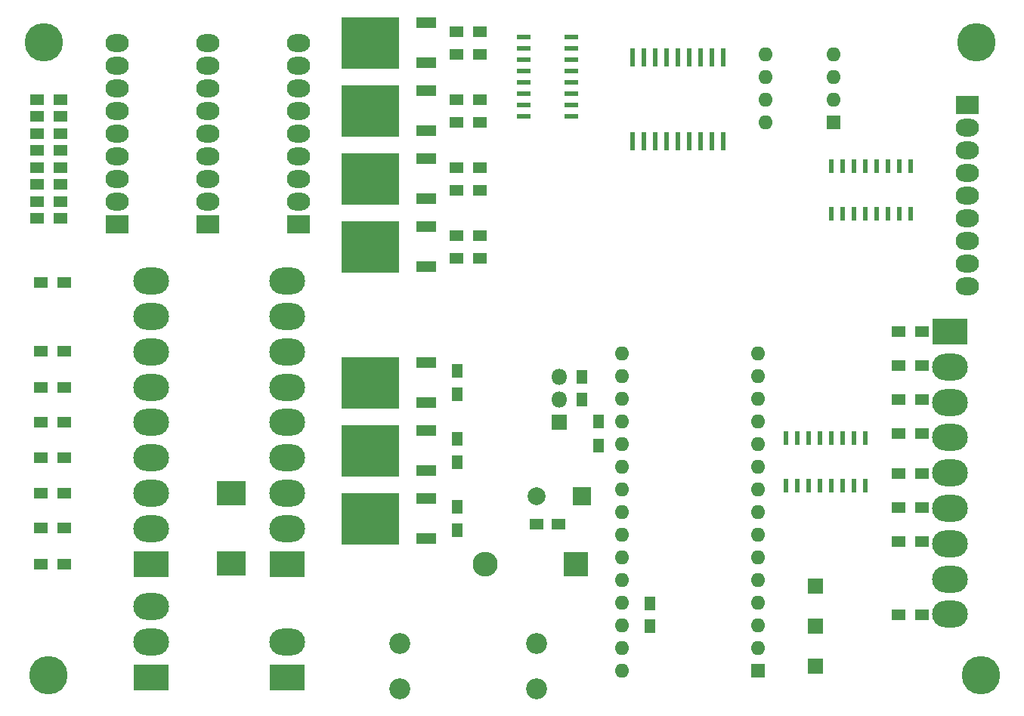
<source format=gbs>
G04 #@! TF.GenerationSoftware,KiCad,Pcbnew,5.0.0*
G04 #@! TF.CreationDate,2018-10-07T17:19:00+02:00*
G04 #@! TF.ProjectId,afterglow_nano_smd,6166746572676C6F775F6E616E6F5F73,rev?*
G04 #@! TF.SameCoordinates,Original*
G04 #@! TF.FileFunction,Soldermask,Bot*
G04 #@! TF.FilePolarity,Negative*
%FSLAX46Y46*%
G04 Gerber Fmt 4.6, Leading zero omitted, Abs format (unit mm)*
G04 Created by KiCad (PCBNEW 5.0.0) date Sun Oct  7 17:19:00 2018*
%MOMM*%
%LPD*%
G01*
G04 APERTURE LIST*
%ADD10C,4.300000*%
%ADD11R,1.700000X1.700000*%
%ADD12R,1.600000X1.600000*%
%ADD13O,1.600000X1.600000*%
%ADD14R,4.000000X3.000000*%
%ADD15O,4.000000X3.000000*%
%ADD16R,3.200000X2.700000*%
%ADD17R,1.800000X1.800000*%
%ADD18O,1.800000X1.800000*%
%ADD19R,1.500000X1.250000*%
%ADD20R,1.250000X1.500000*%
%ADD21R,1.500000X1.300000*%
%ADD22R,1.300000X1.500000*%
%ADD23R,2.600000X2.000000*%
%ADD24O,2.600000X2.000000*%
%ADD25R,2.200000X1.200000*%
%ADD26R,6.400000X5.800000*%
%ADD27R,0.600000X1.500000*%
%ADD28R,1.500000X0.600000*%
%ADD29R,2.000000X2.000000*%
%ADD30C,2.000000*%
%ADD31R,2.800000X2.800000*%
%ADD32O,2.800000X2.800000*%
%ADD33C,2.350000*%
%ADD34R,0.600000X2.000000*%
G04 APERTURE END LIST*
D10*
G04 #@! TO.C,*
X29500000Y-55000000D03*
G04 #@! TD*
G04 #@! TO.C,*
X30000000Y-126000000D03*
G04 #@! TD*
G04 #@! TO.C,*
X134500000Y-126000000D03*
G04 #@! TD*
D11*
G04 #@! TO.C,18V*
X116000000Y-120500000D03*
G04 #@! TD*
G04 #@! TO.C,5V*
X116000000Y-116000000D03*
G04 #@! TD*
G04 #@! TO.C,GND*
X116000000Y-125000000D03*
G04 #@! TD*
D12*
G04 #@! TO.C,Arduino Nano*
X109500000Y-125500000D03*
D13*
X94260000Y-92480000D03*
X109500000Y-122960000D03*
X94260000Y-95020000D03*
X109500000Y-120420000D03*
X94260000Y-97560000D03*
X109500000Y-117880000D03*
X94260000Y-100100000D03*
X109500000Y-115340000D03*
X94260000Y-102640000D03*
X109500000Y-112800000D03*
X94260000Y-105180000D03*
X109500000Y-110260000D03*
X94260000Y-107720000D03*
X109500000Y-107720000D03*
X94260000Y-110260000D03*
X109500000Y-105180000D03*
X94260000Y-112800000D03*
X109500000Y-102640000D03*
X94260000Y-115340000D03*
X109500000Y-100100000D03*
X94260000Y-117880000D03*
X109500000Y-97560000D03*
X94260000Y-120420000D03*
X109500000Y-95020000D03*
X94260000Y-122960000D03*
X109500000Y-92480000D03*
X94260000Y-125500000D03*
X109500000Y-89940000D03*
X94260000Y-89940000D03*
G04 #@! TD*
D14*
G04 #@! TO.C,J7*
X41510000Y-113500000D03*
D15*
X41510000Y-109537600D03*
X41510000Y-105575200D03*
X41510000Y-101612800D03*
X41510000Y-97650400D03*
X41510000Y-93688000D03*
X41510000Y-89725600D03*
X41510000Y-85763200D03*
X41510000Y-81800800D03*
G04 #@! TD*
G04 #@! TO.C,J5*
X56750000Y-81800800D03*
X56750000Y-85763200D03*
X56750000Y-89725600D03*
X56750000Y-93688000D03*
X56750000Y-97650400D03*
X56750000Y-101612800D03*
X56750000Y-105575200D03*
X56750000Y-109537600D03*
D14*
X56750000Y-113500000D03*
G04 #@! TD*
G04 #@! TO.C,J1*
X131045000Y-87465000D03*
D15*
X131045000Y-91427400D03*
X131045000Y-95389800D03*
X131045000Y-99352200D03*
X131045000Y-103314600D03*
X131045000Y-107277000D03*
X131045000Y-111239400D03*
X131045000Y-115201800D03*
X131045000Y-119164200D03*
G04 #@! TD*
D16*
G04 #@! TO.C,R26*
X50500000Y-113450000D03*
X50500000Y-105550000D03*
G04 #@! TD*
D17*
G04 #@! TO.C,U3*
X87230000Y-97625000D03*
D18*
X87230000Y-95085000D03*
X87230000Y-92545000D03*
G04 #@! TD*
D19*
G04 #@! TO.C,C2*
X87210000Y-109055000D03*
X84710000Y-109055000D03*
G04 #@! TD*
D20*
G04 #@! TO.C,C3*
X89770000Y-92565000D03*
X89770000Y-95065000D03*
G04 #@! TD*
D21*
G04 #@! TO.C,R17*
X125250000Y-87465000D03*
X127950000Y-87465000D03*
G04 #@! TD*
G04 #@! TO.C,R18*
X125250000Y-91275000D03*
X127950000Y-91275000D03*
G04 #@! TD*
G04 #@! TO.C,R21*
X125250000Y-103340000D03*
X127950000Y-103340000D03*
G04 #@! TD*
G04 #@! TO.C,R22*
X125250000Y-107150000D03*
X127950000Y-107150000D03*
G04 #@! TD*
G04 #@! TO.C,R23*
X125250000Y-110960000D03*
X127950000Y-110960000D03*
G04 #@! TD*
G04 #@! TO.C,R24*
X125250000Y-119215000D03*
X127950000Y-119215000D03*
G04 #@! TD*
D22*
G04 #@! TO.C,R25*
X91675000Y-97545000D03*
X91675000Y-100245000D03*
G04 #@! TD*
D21*
G04 #@! TO.C,R27*
X29150000Y-113500000D03*
X31850000Y-113500000D03*
G04 #@! TD*
G04 #@! TO.C,R28*
X29150000Y-109500000D03*
X31850000Y-109500000D03*
G04 #@! TD*
D23*
G04 #@! TO.C,J2*
X132950000Y-62065000D03*
D24*
X132950000Y-64605000D03*
X132950000Y-67145000D03*
X132950000Y-69685000D03*
X132950000Y-72225000D03*
X132950000Y-74765000D03*
X132950000Y-77305000D03*
X132950000Y-79845000D03*
X132950000Y-82385000D03*
G04 #@! TD*
D14*
G04 #@! TO.C,+ 18V -*
X56750000Y-126200000D03*
D15*
X56750000Y-122237600D03*
G04 #@! TD*
D23*
G04 #@! TO.C,J6*
X47860000Y-75400000D03*
D24*
X47860000Y-72860000D03*
X47860000Y-70320000D03*
X47860000Y-67780000D03*
X47860000Y-65240000D03*
X47860000Y-62700000D03*
X47860000Y-60160000D03*
X47860000Y-57620000D03*
X47860000Y-55080000D03*
G04 #@! TD*
D23*
G04 #@! TO.C,J8*
X37700000Y-75400000D03*
D24*
X37700000Y-72860000D03*
X37700000Y-70320000D03*
X37700000Y-67780000D03*
X37700000Y-65240000D03*
X37700000Y-62700000D03*
X37700000Y-60160000D03*
X37700000Y-57620000D03*
X37700000Y-55080000D03*
G04 #@! TD*
D14*
G04 #@! TO.C,J9*
X41510000Y-126200000D03*
D15*
X41510000Y-122237600D03*
X41510000Y-118275200D03*
G04 #@! TD*
D25*
G04 #@! TO.C,Q10*
X72380000Y-75660000D03*
X72380000Y-80220000D03*
D26*
X66080000Y-77940000D03*
G04 #@! TD*
D25*
G04 #@! TO.C,Q12*
X72380000Y-68040000D03*
X72380000Y-72600000D03*
D26*
X66080000Y-70320000D03*
G04 #@! TD*
D25*
G04 #@! TO.C,Q14*
X72380000Y-60420000D03*
X72380000Y-64980000D03*
D26*
X66080000Y-62700000D03*
G04 #@! TD*
D25*
G04 #@! TO.C,Q15*
X72380000Y-52800000D03*
X72380000Y-57360000D03*
D26*
X66080000Y-55080000D03*
G04 #@! TD*
D27*
G04 #@! TO.C,U1*
X121520000Y-104770000D03*
X120250000Y-104770000D03*
X118980000Y-104770000D03*
X117710000Y-104770000D03*
X116440000Y-104770000D03*
X115170000Y-104770000D03*
X113900000Y-104770000D03*
X112630000Y-104770000D03*
X112630000Y-99370000D03*
X113900000Y-99370000D03*
X115170000Y-99370000D03*
X116440000Y-99370000D03*
X117710000Y-99370000D03*
X118980000Y-99370000D03*
X120250000Y-99370000D03*
X121520000Y-99370000D03*
G04 #@! TD*
G04 #@! TO.C,U2*
X126600000Y-74290000D03*
X125330000Y-74290000D03*
X124060000Y-74290000D03*
X122790000Y-74290000D03*
X121520000Y-74290000D03*
X120250000Y-74290000D03*
X118980000Y-74290000D03*
X117710000Y-74290000D03*
X117710000Y-68890000D03*
X118980000Y-68890000D03*
X120250000Y-68890000D03*
X121520000Y-68890000D03*
X122790000Y-68890000D03*
X124060000Y-68890000D03*
X125330000Y-68890000D03*
X126600000Y-68890000D03*
G04 #@! TD*
D28*
G04 #@! TO.C,U6*
X83260000Y-63335000D03*
X83260000Y-62065000D03*
X83260000Y-60795000D03*
X83260000Y-59525000D03*
X83260000Y-58255000D03*
X83260000Y-56985000D03*
X83260000Y-55715000D03*
X83260000Y-54445000D03*
X88660000Y-54445000D03*
X88660000Y-55715000D03*
X88660000Y-56985000D03*
X88660000Y-58255000D03*
X88660000Y-59525000D03*
X88660000Y-60795000D03*
X88660000Y-62065000D03*
X88660000Y-63335000D03*
G04 #@! TD*
D29*
G04 #@! TO.C,C1*
X89770000Y-105880000D03*
D30*
X84770000Y-105880000D03*
G04 #@! TD*
D20*
G04 #@! TO.C,C4*
X97390000Y-120465000D03*
X97390000Y-117965000D03*
G04 #@! TD*
D31*
G04 #@! TO.C,D1*
X89135000Y-113500000D03*
D32*
X78975000Y-113500000D03*
G04 #@! TD*
D33*
G04 #@! TO.C,F1*
X69370000Y-127470000D03*
X69370000Y-122390000D03*
X84690000Y-127470000D03*
X84690000Y-122390000D03*
G04 #@! TD*
D23*
G04 #@! TO.C,J4*
X58020000Y-75400000D03*
D24*
X58020000Y-72860000D03*
X58020000Y-70320000D03*
X58020000Y-67780000D03*
X58020000Y-65240000D03*
X58020000Y-62700000D03*
X58020000Y-60160000D03*
X58020000Y-57620000D03*
X58020000Y-55080000D03*
G04 #@! TD*
D25*
G04 #@! TO.C,Q2*
X72380000Y-106140000D03*
X72380000Y-110700000D03*
D26*
X66080000Y-108420000D03*
G04 #@! TD*
D25*
G04 #@! TO.C,Q4*
X72380000Y-98520000D03*
X72380000Y-103080000D03*
D26*
X66080000Y-100800000D03*
G04 #@! TD*
D25*
G04 #@! TO.C,Q6*
X72380000Y-90900000D03*
X72380000Y-95460000D03*
D26*
X66080000Y-93180000D03*
G04 #@! TD*
D21*
G04 #@! TO.C,R19*
X125250000Y-95085000D03*
X127950000Y-95085000D03*
G04 #@! TD*
G04 #@! TO.C,R20*
X125250000Y-98895000D03*
X127950000Y-98895000D03*
G04 #@! TD*
G04 #@! TO.C,R29*
X29150000Y-105600000D03*
X31850000Y-105600000D03*
G04 #@! TD*
G04 #@! TO.C,R30*
X29150000Y-101600000D03*
X31850000Y-101600000D03*
G04 #@! TD*
G04 #@! TO.C,R31*
X29150000Y-97600000D03*
X31850000Y-97600000D03*
G04 #@! TD*
G04 #@! TO.C,R32*
X29150000Y-93700000D03*
X31850000Y-93700000D03*
G04 #@! TD*
G04 #@! TO.C,R33*
X29150000Y-89700000D03*
X31850000Y-89700000D03*
G04 #@! TD*
G04 #@! TO.C,R34*
X29150000Y-82000000D03*
X31850000Y-82000000D03*
G04 #@! TD*
D22*
G04 #@! TO.C,R36*
X75800000Y-109770000D03*
X75800000Y-107070000D03*
G04 #@! TD*
G04 #@! TO.C,R38*
X75800000Y-102150000D03*
X75800000Y-99450000D03*
G04 #@! TD*
G04 #@! TO.C,R40*
X75800000Y-94530000D03*
X75800000Y-91830000D03*
G04 #@! TD*
D21*
G04 #@! TO.C,R45*
X75720000Y-76670000D03*
X78420000Y-76670000D03*
G04 #@! TD*
G04 #@! TO.C,R46*
X75720000Y-79210000D03*
X78420000Y-79210000D03*
G04 #@! TD*
G04 #@! TO.C,R49*
X75720000Y-69050000D03*
X78420000Y-69050000D03*
G04 #@! TD*
G04 #@! TO.C,R50*
X75720000Y-71590000D03*
X78420000Y-71590000D03*
G04 #@! TD*
G04 #@! TO.C,R53*
X75720000Y-61430000D03*
X78420000Y-61430000D03*
G04 #@! TD*
G04 #@! TO.C,R54*
X75720000Y-63970000D03*
X78420000Y-63970000D03*
G04 #@! TD*
G04 #@! TO.C,R55*
X75720000Y-53810000D03*
X78420000Y-53810000D03*
G04 #@! TD*
G04 #@! TO.C,R56*
X75720000Y-56350000D03*
X78420000Y-56350000D03*
G04 #@! TD*
G04 #@! TO.C,R59*
X31430000Y-74765000D03*
X28730000Y-74765000D03*
G04 #@! TD*
G04 #@! TO.C,R60*
X31430000Y-72860000D03*
X28730000Y-72860000D03*
G04 #@! TD*
G04 #@! TO.C,R61*
X31430000Y-70955000D03*
X28730000Y-70955000D03*
G04 #@! TD*
G04 #@! TO.C,R62*
X31430000Y-69050000D03*
X28730000Y-69050000D03*
G04 #@! TD*
G04 #@! TO.C,R63*
X31430000Y-67145000D03*
X28730000Y-67145000D03*
G04 #@! TD*
G04 #@! TO.C,R64*
X31430000Y-65240000D03*
X28730000Y-65240000D03*
G04 #@! TD*
G04 #@! TO.C,R65*
X31430000Y-63335000D03*
X28730000Y-63335000D03*
G04 #@! TD*
G04 #@! TO.C,R66*
X31430000Y-61430000D03*
X28730000Y-61430000D03*
G04 #@! TD*
D34*
G04 #@! TO.C,U7*
X95485000Y-56730000D03*
X96755000Y-56730000D03*
X98025000Y-56730000D03*
X99295000Y-56730000D03*
X100565000Y-56730000D03*
X101835000Y-56730000D03*
X103105000Y-56730000D03*
X104375000Y-56730000D03*
X105645000Y-56730000D03*
X105645000Y-66130000D03*
X104375000Y-66130000D03*
X103105000Y-66130000D03*
X101835000Y-66130000D03*
X100565000Y-66130000D03*
X99295000Y-66130000D03*
X98025000Y-66130000D03*
X96755000Y-66130000D03*
X95485000Y-66130000D03*
G04 #@! TD*
D10*
G04 #@! TO.C,*
X134000000Y-55000000D03*
G04 #@! TD*
D12*
G04 #@! TO.C,CFG*
X118000000Y-64000000D03*
D13*
X110380000Y-56380000D03*
X118000000Y-61460000D03*
X110380000Y-58920000D03*
X118000000Y-58920000D03*
X110380000Y-61460000D03*
X118000000Y-56380000D03*
X110380000Y-64000000D03*
G04 #@! TD*
M02*

</source>
